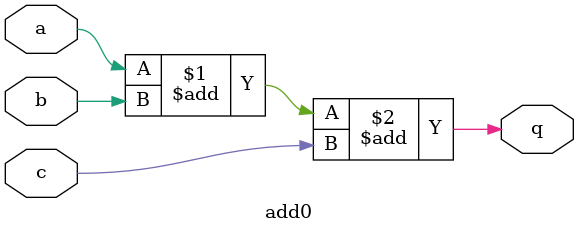
<source format=v>
module add0 (a,b,c,q);
input a,b,c;
output q;
assign q = a + b + c ;
endmodule

</source>
